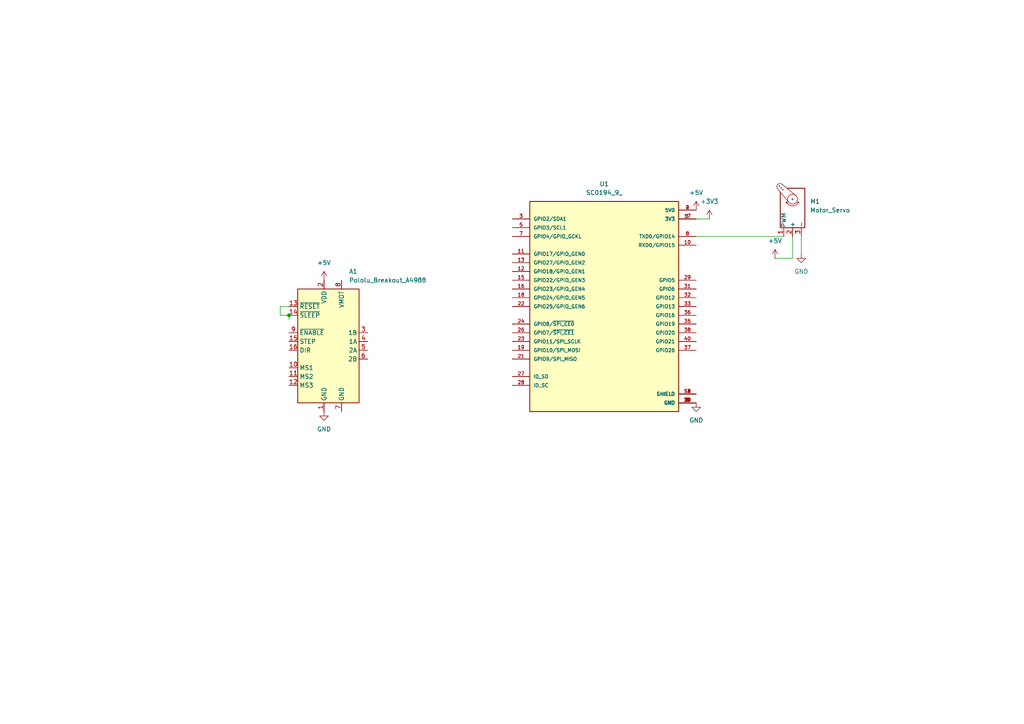
<source format=kicad_sch>
(kicad_sch (version 20250114) (generator "eeschema") (generator_version "9.0")
  (paper "A4")
  (lib_symbols
    (symbol "Driver_Motor:Pololu_Breakout_A4988"
      (property "Reference" "A" (at -2.54 19.05 0))
      (property "Value" "Pololu_Breakout_A4988" (at -2.54 16.51 0))
      (symbol "Pololu_Breakout_A4988_0_1"
        (rectangle (start 10.16 -17.78) (end -7.62 15.24) (stroke (width 0.254)) (fill (type background)))
      )
      (symbol "Pololu_Breakout_A4988_1_1"
        (pin input line (at -10.16 10.16 0) (length 2.54) (name "~{RESET}") (number "13"))
        (pin input line (at -10.16 7.62 0) (length 2.54) (name "~{SLEEP}") (number "14"))
        (pin input line (at -10.16 2.54 0) (length 2.54) (name "~{ENABLE}") (number "9"))
        (pin input line (at -10.16 0 0) (length 2.54) (name "STEP") (number "15"))
        (pin input line (at -10.16 -2.54 0) (length 2.54) (name "DIR") (number "16"))
        (pin input line (at -10.16 -7.62 0) (length 2.54) (name "MS1") (number "10"))
        (pin input line (at -10.16 -10.16 0) (length 2.54) (name "MS2") (number "11"))
        (pin input line (at -10.16 -12.7 0) (length 2.54) (name "MS3") (number "12"))
        (pin power_in line (at 0 17.78 270) (length 2.54) (name "VDD") (number "2"))
        (pin power_in line (at 0 -20.32 90) (length 2.54) (name "GND") (number "1"))
        (pin power_in line (at 5.08 17.78 270) (length 2.54) (name "VMOT") (number "8"))
        (pin power_in line (at 5.08 -20.32 90) (length 2.54) (name "GND") (number "7"))
        (pin output line (at 12.7 2.54 180) (length 2.54) (name "1B") (number "3"))
        (pin output line (at 12.7 0 180) (length 2.54) (name "1A") (number "4"))
        (pin output line (at 12.7 -2.54 180) (length 2.54) (name "2A") (number "5"))
        (pin output line (at 12.7 -5.08 180) (length 2.54) (name "2B") (number "6"))
      )
    )
    (symbol "Motor:Motor_Servo" (pin_names (offset 0.0254))
      (property "Reference" "M" (at -5.08 4.445 0))
      (property "Value" "Motor_Servo" (at -5.08 -4.064 0))
      (symbol "Motor_Servo_0_1"
        (polyline (pts (xy 2.413 1.778) (xy 1.905 1.778)))
        (polyline (pts (xy 2.413 1.778) (xy 2.286 1.397)))
        (polyline (pts (xy 2.413 -1.778) (xy 2.032 -1.778)))
        (polyline (pts (xy 2.413 -1.778) (xy 2.286 -1.397)))
        (arc (start 2.413 -1.778) (mid 1.2406 0) (end 2.413 1.778))
        (circle (center 3.175 0) (radius 0.1778))
        (circle (center 3.175 0) (radius 1.4224))
        (polyline (pts (xy 5.08 3.556) (xy -5.08 3.556) (xy -5.08 -3.556) (xy 6.35 -3.556) (xy 6.35 1.524)) (stroke (width 0.254)))
        (circle (center 5.969 2.794) (radius 0.127))
        (polyline (pts (xy 6.35 4.445) (xy 2.54 1.27)))
        (circle (center 6.477 3.302) (radius 0.127))
        (arc (start 6.35 4.445) (mid 7.4487 4.2737) (end 7.62 3.175))
        (circle (center 6.985 3.81) (radius 0.127))
        (polyline (pts (xy 7.62 3.175) (xy 4.191 -1.016)))
      )
      (symbol "Motor_Servo_1_1"
        (pin passive line (at -7.62 2.54 0) (length 2.54) (name "PWM") (number "1"))
        (pin passive line (at -7.62 0 0) (length 2.54) (name "+") (number "2"))
        (pin passive line (at -7.62 -2.54 0) (length 2.54) (name "-") (number "3"))
      )
    )
    (symbol "SC0194_9:SC0194_9_" (pin_names (offset 1.016))
      (property "Reference" "U" (at -22.86 27.94 0))
      (property "Value" "SC0194_9_" (at -22.86 -37.465 0))
      (symbol "SC0194_9__0_0"
        (rectangle (start -22.86 -35.56) (end 20.32 25.4) (stroke (width 0.254)) (fill (type background)))
        (pin bidirectional line (at -27.94 20.32 0) (length 5.08) (name "GPIO2/SDA1") (number "3"))
        (pin bidirectional line (at -27.94 17.78 0) (length 5.08) (name "GPIO3/SCL1") (number "5"))
        (pin bidirectional line (at -27.94 15.24 0) (length 5.08) (name "GPIO4/GPIO_GCKL") (number "7"))
        (pin bidirectional line (at -27.94 10.16 0) (length 5.08) (name "GPIO17/GPIO_GEN0") (number "11"))
        (pin bidirectional line (at -27.94 7.62 0) (length 5.08) (name "GPIO27/GPIO_GEN2") (number "13"))
        (pin bidirectional line (at -27.94 5.08 0) (length 5.08) (name "GPIO18/GPIO_GEN1") (number "12"))
        (pin bidirectional line (at -27.94 2.54 0) (length 5.08) (name "GPIO22/GPIO_GEN3") (number "15"))
        (pin bidirectional line (at -27.94 0 0) (length 5.08) (name "GPIO23/GPIO_GEN4") (number "16"))
        (pin bidirectional line (at -27.94 -2.54 0) (length 5.08) (name "GPIO24/GPIO_GEN5") (number "18"))
        (pin bidirectional line (at -27.94 -5.08 0) (length 5.08) (name "GPIO25/GPIO_GEN6") (number "22"))
        (pin bidirectional line (at -27.94 -10.16 0) (length 5.08) (name "GPIO8/~{SPI_CE0}") (number "24"))
        (pin bidirectional line (at -27.94 -12.7 0) (length 5.08) (name "GPIO7/~{SPI_CE1}") (number "26"))
        (pin bidirectional line (at -27.94 -15.24 0) (length 5.08) (name "GPIO11/SPI_SCLK") (number "23"))
        (pin bidirectional line (at -27.94 -17.78 0) (length 5.08) (name "GPIO10/SPI_MOSI") (number "19"))
        (pin bidirectional line (at -27.94 -20.32 0) (length 5.08) (name "GPIO9/SPI_MISO") (number "21"))
        (pin bidirectional line (at -27.94 -25.4 0) (length 5.08) (name "ID_SD") (number "27"))
        (pin bidirectional line (at -27.94 -27.94 0) (length 5.08) (name "ID_SC") (number "28"))
        (pin power_in line (at 25.4 22.86 180) (length 5.08) (name "5V0") (number "2"))
        (pin power_in line (at 25.4 22.86 180) (length 5.08) (name "5V0") (number "4"))
        (pin power_in line (at 25.4 20.32 180) (length 5.08) (name "3V3") (number "1"))
        (pin power_in line (at 25.4 20.32 180) (length 5.08) (name "3V3") (number "17"))
        (pin bidirectional line (at 25.4 15.24 180) (length 5.08) (name "TXD0/GPIO14") (number "8"))
        (pin bidirectional line (at 25.4 12.7 180) (length 5.08) (name "RXD0/GPIO15") (number "10"))
        (pin bidirectional line (at 25.4 2.54 180) (length 5.08) (name "GPIO5") (number "29"))
        (pin bidirectional line (at 25.4 0 180) (length 5.08) (name "GPIO6") (number "31"))
        (pin bidirectional line (at 25.4 -2.54 180) (length 5.08) (name "GPIO12") (number "32"))
        (pin bidirectional line (at 25.4 -5.08 180) (length 5.08) (name "GPIO13") (number "33"))
        (pin bidirectional line (at 25.4 -7.62 180) (length 5.08) (name "GPIO16") (number "36"))
        (pin bidirectional line (at 25.4 -10.16 180) (length 5.08) (name "GPIO19") (number "35"))
        (pin bidirectional line (at 25.4 -12.7 180) (length 5.08) (name "GPIO20") (number "38"))
        (pin bidirectional line (at 25.4 -15.24 180) (length 5.08) (name "GPIO21") (number "40"))
        (pin bidirectional line (at 25.4 -17.78 180) (length 5.08) (name "GPIO26") (number "37"))
        (pin power_in line (at 25.4 -30.48 180) (length 5.08) (name "SHIELD") (number "S1"))
        (pin power_in line (at 25.4 -30.48 180) (length 5.08) (name "SHIELD") (number "S2"))
        (pin power_in line (at 25.4 -30.48 180) (length 5.08) (name "SHIELD") (number "S3"))
        (pin power_in line (at 25.4 -30.48 180) (length 5.08) (name "SHIELD") (number "S4"))
        (pin power_in line (at 25.4 -33.02 180) (length 5.08) (name "GND") (number "14"))
        (pin power_in line (at 25.4 -33.02 180) (length 5.08) (name "GND") (number "20"))
        (pin power_in line (at 25.4 -33.02 180) (length 5.08) (name "GND") (number "25"))
        (pin power_in line (at 25.4 -33.02 180) (length 5.08) (name "GND") (number "30"))
        (pin power_in line (at 25.4 -33.02 180) (length 5.08) (name "GND") (number "34"))
        (pin power_in line (at 25.4 -33.02 180) (length 5.08) (name "GND") (number "39"))
        (pin power_in line (at 25.4 -33.02 180) (length 5.08) (name "GND") (number "6"))
        (pin power_in line (at 25.4 -33.02 180) (length 5.08) (name "GND") (number "9"))
      )
    )
    (symbol "power:+3V3" (power) (pin_numbers (hide yes)) (pin_names (offset 0) (hide yes))
      (property "Value" "+3V3" (at 0 3.556 0))
      (symbol "+3V3_0_1"
        (polyline (pts (xy -0.762 1.27) (xy 0 2.54)))
        (polyline (pts (xy 0 2.54) (xy 0.762 1.27)))
        (polyline (pts (xy 0 0) (xy 0 2.54)))
      )
      (symbol "+3V3_1_1"
        (pin power_in line (at 0 0 90) (length 0) (name "~") (number "1"))
      )
    )
    (symbol "power:+5V" (power) (pin_numbers (hide yes)) (pin_names (offset 0) (hide yes))
      (property "Value" "+5V" (at 0 3.556 0))
      (symbol "+5V_0_1"
        (polyline (pts (xy -0.762 1.27) (xy 0 2.54)))
        (polyline (pts (xy 0 2.54) (xy 0.762 1.27)))
        (polyline (pts (xy 0 0) (xy 0 2.54)))
      )
      (symbol "+5V_1_1"
        (pin power_in line (at 0 0 90) (length 0) (name "~") (number "1"))
      )
    )
    (symbol "power:GND" (power) (pin_numbers (hide yes)) (pin_names (offset 0) (hide yes))
      (property "Value" "GND" (at 0 -3.81 0))
      (symbol "GND_0_1"
        (polyline (pts (xy 0 0) (xy 0 -1.27) (xy 1.27 -1.27) (xy 0 -2.54) (xy -1.27 -1.27) (xy 0 -1.27)))
      )
      (symbol "GND_1_1"
        (pin power_in line (at 0 0 270) (length 0) (name "~") (number "1"))
      )
    )
  )
  (junction (at 83.82 91.44))
  (wire (pts (xy 232.41 68.58) (xy 232.41 73.66)))
  (wire (pts (xy 201.93 63.5) (xy 205.74 63.5)))
  (wire (pts (xy 81.28 88.9) (xy 81.28 91.44)))
  (wire (pts (xy 229.87 74.93) (xy 229.87 68.58)))
  (wire (pts (xy 201.93 68.58) (xy 227.33 68.58)))
  (wire (pts (xy 81.28 91.44) (xy 83.82 91.44)))
  (wire (pts (xy 83.82 92.71) (xy 83.82 91.44)))
  (wire (pts (xy 224.79 74.93) (xy 229.87 74.93)))
  (wire (pts (xy 81.28 88.9) (xy 83.82 88.9)))
  (symbol (lib_id "Driver_Motor:Pololu_Breakout_A4988") (at 93.98 99.06 0) (unit 1)
    (property "Reference" "A1" (at 101.2033 78.74 0) (effects (justify left)))
    (property "Value" "Pololu_Breakout_A4988" (at 101.2033 81.28 0) (effects (justify left)))
    (property "Footprint" "Module:Pololu_Breakout-16_15.2x20.3mm" (effects (hide yes)))
    (property "Datasheet" "https://www.pololu.com/product/2980/pictures" (effects (hide yes)))
    (property "Description" "Pololu Breakout Board, Stepper Driver A4988" (effects (hide yes)))
  )
  (symbol (lib_id "power:+3V3") (at 205.74 63.5 0) (unit 1)
    (property "Reference" "#PWR02" (effects (hide yes)))
    (property "Value" "+3V3" (at 205.74 58.42 0))
    (property "Description" "Power symbol creates a global label with name \"+3V3\"" (effects (hide yes)))
  )
  (symbol (lib_id "Motor:Motor_Servo") (at 229.87 60.96 90) (unit 1)
    (property "Reference" "M1" (at 234.95 58.4338 90) (effects (justify right)))
    (property "Value" "Motor_Servo" (at 234.95 60.9738 90) (effects (justify right)))
    (property "Footprint" "Connector_PinHeader_1.00mm:PinHeader_1x03_P1.00mm_Horizontal" (effects (hide yes)))
    (property "Datasheet" "http://forums.parallax.com/uploads/attachments/46831/74481.png" (effects (hide yes)))
    (property "Description" "Servo Motor (Futaba, HiTec, JR connector)" (effects (hide yes)))
  )
  (symbol (lib_id "power:+5V") (at 224.79 74.93 0) (unit 1)
    (property "Reference" "#PWR04" (effects (hide yes)))
    (property "Value" "+5V" (at 224.79 69.85 0))
    (property "Description" "Power symbol creates a global label with name \"+5V\"" (effects (hide yes)))
  )
  (symbol (lib_id "power:GND") (at 93.98 119.38 0) (unit 1)
    (property "Reference" "#PWR07" (effects (hide yes)))
    (property "Value" "GND" (at 93.98 124.46 0))
    (property "Description" "Power symbol creates a global label with name \"GND\" , ground" (effects (hide yes)))
  )
  (symbol (lib_id "SC0194_9:SC0194_9_") (at 176.53 83.82 0) (unit 1)
    (property "Reference" "U1" (at 175.26 53.34 0))
    (property "Value" "SC0194_9_" (at 175.26 55.88 0))
    (property "Footprint" "SC0194_9:MODULE_SC0194_9_" (effects (hide yes)))
    (property "DigiKey_Part_Number" "2648-SC0194(9)-ND" (effects (hide yes)))
    (property "SnapEDA_Link" "https://www.snapeda.com/parts/SC0194(9)/Raspberry+Pi/view-part/?ref=snap" (effects (hide yes)))
    (property "Description_1" "The Raspberry Pi 4 Model B SC0194(9) single board computer features a Broadcom BCM2711 ARM Cortex-A72 quad-core processor operating at 1.5GHz, making it a powerful choice for embedded computing applications. Equipped with 4GB of RAM and a variety of connectivity options, including GbE Ethernet, USB 2.0, USB 3.0, CSI, DSI, and HDMI, this SBC offers versatile interfacing capabilities. Its compact dimensions of 3.346 x 2.205 (85.00mm x 56.00mm) make it suitable for space-constrained projects. With an operating temperature range of 0°C to 50°C, it is ideal for a wide range of environments." (effects (hide yes)))
    (property "Package" "None" (effects (hide yes)))
    (property "Check_prices" "https://www.snapeda.com/parts/SC0194(9)/Raspberry+Pi/view-part/?ref=eda" (effects (hide yes)))
    (property "MAXIMUM_PACKAGE_HIEGHT" "18mm" (effects (hide yes)))
    (property "STANDARD" "Manufacturer Recommendations" (effects (hide yes)))
    (property "PARTREV" "1.0" (effects (hide yes)))
    (property "MF" "Raspberry Pi" (effects (hide yes)))
    (property "MP" "SC0194(9)" (effects (hide yes)))
    (property "MANUFACTURER" "Raspberry Pi" (effects (hide yes)))
  )
  (symbol (lib_id "power:GND") (at 201.93 116.84 0) (unit 1)
    (property "Reference" "#PWR03" (effects (hide yes)))
    (property "Value" "GND" (at 201.93 121.92 0))
    (property "Description" "Power symbol creates a global label with name \"GND\" , ground" (effects (hide yes)))
  )
  (symbol (lib_id "power:+5V") (at 93.98 81.28 0) (unit 1)
    (property "Reference" "#PWR06" (effects (hide yes)))
    (property "Value" "+5V" (at 93.98 76.2 0))
    (property "Description" "Power symbol creates a global label with name \"+5V\"" (effects (hide yes)))
  )
  (symbol (lib_id "power:GND") (at 232.41 73.66 0) (unit 1)
    (property "Reference" "#PWR05" (effects (hide yes)))
    (property "Value" "GND" (at 232.41 78.74 0))
    (property "Description" "Power symbol creates a global label with name \"GND\" , ground" (effects (hide yes)))
  )
  (symbol (lib_id "power:+5V") (at 201.93 60.96 0) (unit 1)
    (property "Reference" "#PWR01" (effects (hide yes)))
    (property "Value" "+5V" (at 201.93 55.88 0))
    (property "Description" "Power symbol creates a global label with name \"+5V\"" (effects (hide yes)))
  )
)
</source>
